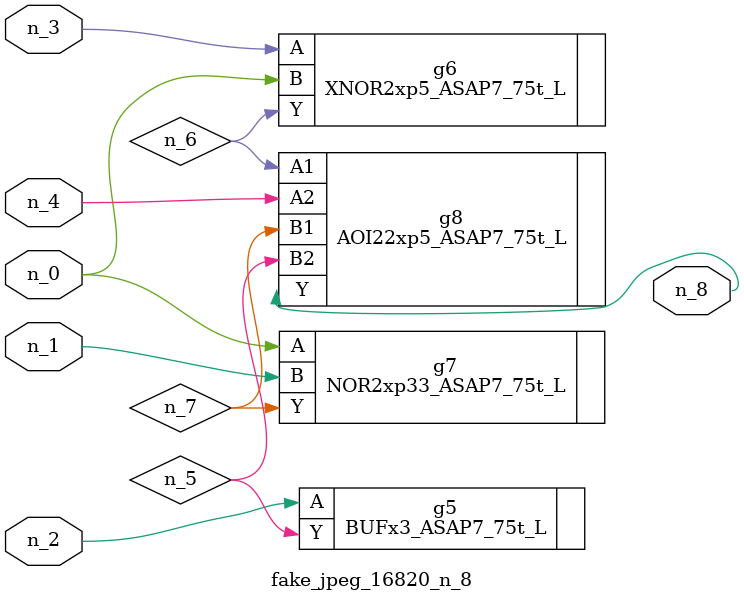
<source format=v>
module fake_jpeg_16820_n_8 (n_3, n_2, n_1, n_0, n_4, n_8);

input n_3;
input n_2;
input n_1;
input n_0;
input n_4;

output n_8;

wire n_6;
wire n_5;
wire n_7;

BUFx3_ASAP7_75t_L g5 ( 
.A(n_2),
.Y(n_5)
);

XNOR2xp5_ASAP7_75t_L g6 ( 
.A(n_3),
.B(n_0),
.Y(n_6)
);

NOR2xp33_ASAP7_75t_L g7 ( 
.A(n_0),
.B(n_1),
.Y(n_7)
);

AOI22xp5_ASAP7_75t_L g8 ( 
.A1(n_6),
.A2(n_4),
.B1(n_7),
.B2(n_5),
.Y(n_8)
);


endmodule
</source>
